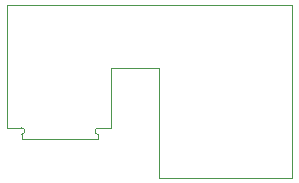
<source format=gbr>
%TF.GenerationSoftware,KiCad,Pcbnew,9.0.1*%
%TF.CreationDate,2025-07-04T15:05:31+02:00*%
%TF.ProjectId,USB_36pinOmnetics_bend,5553425f-3336-4706-996e-4f6d6e657469,rev?*%
%TF.SameCoordinates,Original*%
%TF.FileFunction,Profile,NP*%
%FSLAX46Y46*%
G04 Gerber Fmt 4.6, Leading zero omitted, Abs format (unit mm)*
G04 Created by KiCad (PCBNEW 9.0.1) date 2025-07-04 15:05:31*
%MOMM*%
%LPD*%
G01*
G04 APERTURE LIST*
%TA.AperFunction,Profile*%
%ADD10C,0.050000*%
%TD*%
G04 APERTURE END LIST*
D10*
X138297000Y-104275000D02*
G75*
G02*
X138297000Y-103725000I0J275000D01*
G01*
X131797000Y-103725000D02*
G75*
G02*
X131797000Y-104275000I0J-275000D01*
G01*
X130600000Y-93300000D02*
X130600000Y-103725000D01*
X154700000Y-93300000D02*
X130600000Y-93300000D01*
X154700000Y-108000000D02*
X154700000Y-93300000D01*
X143400000Y-98675000D02*
X143400000Y-108000000D01*
X139359500Y-103725000D02*
X139359500Y-98675000D01*
X138300000Y-103725000D02*
X139359500Y-103725000D01*
X139359500Y-98675000D02*
X143400000Y-98675000D01*
X143400000Y-108000000D02*
X148400000Y-108000000D01*
X131797000Y-104275000D02*
X131797000Y-104675000D01*
X138297000Y-104274980D02*
X138297000Y-104675000D01*
X148400000Y-108000000D02*
X154700000Y-108000000D01*
X138297000Y-104675000D02*
X131797000Y-104675000D01*
X131797000Y-103725000D02*
X130600000Y-103725000D01*
M02*

</source>
